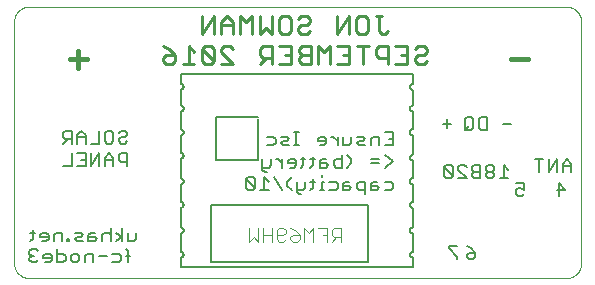
<source format=gbo>
G75*
%MOIN*%
%OFA0B0*%
%FSLAX25Y25*%
%IPPOS*%
%LPD*%
%AMOC8*
5,1,8,0,0,1.08239X$1,22.5*
%
%ADD10C,0.00000*%
%ADD11C,0.01100*%
%ADD12C,0.00800*%
%ADD13C,0.01500*%
%ADD14C,0.00500*%
%ADD15C,0.00400*%
D10*
X0012000Y0060307D02*
X0190976Y0060307D01*
X0191116Y0060309D01*
X0191256Y0060315D01*
X0191396Y0060325D01*
X0191536Y0060338D01*
X0191675Y0060356D01*
X0191814Y0060378D01*
X0191951Y0060403D01*
X0192089Y0060432D01*
X0192225Y0060465D01*
X0192360Y0060502D01*
X0192494Y0060543D01*
X0192627Y0060588D01*
X0192759Y0060636D01*
X0192889Y0060688D01*
X0193018Y0060743D01*
X0193145Y0060802D01*
X0193271Y0060865D01*
X0193395Y0060931D01*
X0193516Y0061000D01*
X0193636Y0061073D01*
X0193754Y0061150D01*
X0193869Y0061229D01*
X0193983Y0061312D01*
X0194093Y0061398D01*
X0194202Y0061487D01*
X0194308Y0061579D01*
X0194411Y0061674D01*
X0194512Y0061771D01*
X0194609Y0061872D01*
X0194704Y0061975D01*
X0194796Y0062081D01*
X0194885Y0062190D01*
X0194971Y0062300D01*
X0195054Y0062414D01*
X0195133Y0062529D01*
X0195210Y0062647D01*
X0195283Y0062767D01*
X0195352Y0062888D01*
X0195418Y0063012D01*
X0195481Y0063138D01*
X0195540Y0063265D01*
X0195595Y0063394D01*
X0195647Y0063524D01*
X0195695Y0063656D01*
X0195740Y0063789D01*
X0195781Y0063923D01*
X0195818Y0064058D01*
X0195851Y0064194D01*
X0195880Y0064332D01*
X0195905Y0064469D01*
X0195927Y0064608D01*
X0195945Y0064747D01*
X0195958Y0064887D01*
X0195968Y0065027D01*
X0195974Y0065167D01*
X0195976Y0065307D01*
X0195976Y0145858D01*
X0195974Y0145998D01*
X0195968Y0146138D01*
X0195958Y0146278D01*
X0195945Y0146418D01*
X0195927Y0146557D01*
X0195905Y0146696D01*
X0195880Y0146833D01*
X0195851Y0146971D01*
X0195818Y0147107D01*
X0195781Y0147242D01*
X0195740Y0147376D01*
X0195695Y0147509D01*
X0195647Y0147641D01*
X0195595Y0147771D01*
X0195540Y0147900D01*
X0195481Y0148027D01*
X0195418Y0148153D01*
X0195352Y0148277D01*
X0195283Y0148398D01*
X0195210Y0148518D01*
X0195133Y0148636D01*
X0195054Y0148751D01*
X0194971Y0148865D01*
X0194885Y0148975D01*
X0194796Y0149084D01*
X0194704Y0149190D01*
X0194609Y0149293D01*
X0194512Y0149394D01*
X0194411Y0149491D01*
X0194308Y0149586D01*
X0194202Y0149678D01*
X0194093Y0149767D01*
X0193983Y0149853D01*
X0193869Y0149936D01*
X0193754Y0150015D01*
X0193636Y0150092D01*
X0193516Y0150165D01*
X0193395Y0150234D01*
X0193271Y0150300D01*
X0193145Y0150363D01*
X0193018Y0150422D01*
X0192889Y0150477D01*
X0192759Y0150529D01*
X0192627Y0150577D01*
X0192494Y0150622D01*
X0192360Y0150663D01*
X0192225Y0150700D01*
X0192089Y0150733D01*
X0191951Y0150762D01*
X0191814Y0150787D01*
X0191675Y0150809D01*
X0191536Y0150827D01*
X0191396Y0150840D01*
X0191256Y0150850D01*
X0191116Y0150856D01*
X0190976Y0150858D01*
X0012000Y0150858D01*
X0011860Y0150856D01*
X0011720Y0150850D01*
X0011580Y0150840D01*
X0011440Y0150827D01*
X0011301Y0150809D01*
X0011162Y0150787D01*
X0011025Y0150762D01*
X0010887Y0150733D01*
X0010751Y0150700D01*
X0010616Y0150663D01*
X0010482Y0150622D01*
X0010349Y0150577D01*
X0010217Y0150529D01*
X0010087Y0150477D01*
X0009958Y0150422D01*
X0009831Y0150363D01*
X0009705Y0150300D01*
X0009581Y0150234D01*
X0009460Y0150165D01*
X0009340Y0150092D01*
X0009222Y0150015D01*
X0009107Y0149936D01*
X0008993Y0149853D01*
X0008883Y0149767D01*
X0008774Y0149678D01*
X0008668Y0149586D01*
X0008565Y0149491D01*
X0008464Y0149394D01*
X0008367Y0149293D01*
X0008272Y0149190D01*
X0008180Y0149084D01*
X0008091Y0148975D01*
X0008005Y0148865D01*
X0007922Y0148751D01*
X0007843Y0148636D01*
X0007766Y0148518D01*
X0007693Y0148398D01*
X0007624Y0148277D01*
X0007558Y0148153D01*
X0007495Y0148027D01*
X0007436Y0147900D01*
X0007381Y0147771D01*
X0007329Y0147641D01*
X0007281Y0147509D01*
X0007236Y0147376D01*
X0007195Y0147242D01*
X0007158Y0147107D01*
X0007125Y0146971D01*
X0007096Y0146833D01*
X0007071Y0146696D01*
X0007049Y0146557D01*
X0007031Y0146418D01*
X0007018Y0146278D01*
X0007008Y0146138D01*
X0007002Y0145998D01*
X0007000Y0145858D01*
X0007000Y0065307D01*
X0007002Y0065167D01*
X0007008Y0065027D01*
X0007018Y0064887D01*
X0007031Y0064747D01*
X0007049Y0064608D01*
X0007071Y0064469D01*
X0007096Y0064332D01*
X0007125Y0064194D01*
X0007158Y0064058D01*
X0007195Y0063923D01*
X0007236Y0063789D01*
X0007281Y0063656D01*
X0007329Y0063524D01*
X0007381Y0063394D01*
X0007436Y0063265D01*
X0007495Y0063138D01*
X0007558Y0063012D01*
X0007624Y0062888D01*
X0007693Y0062767D01*
X0007766Y0062647D01*
X0007843Y0062529D01*
X0007922Y0062414D01*
X0008005Y0062300D01*
X0008091Y0062190D01*
X0008180Y0062081D01*
X0008272Y0061975D01*
X0008367Y0061872D01*
X0008464Y0061771D01*
X0008565Y0061674D01*
X0008668Y0061579D01*
X0008774Y0061487D01*
X0008883Y0061398D01*
X0008993Y0061312D01*
X0009107Y0061229D01*
X0009222Y0061150D01*
X0009340Y0061073D01*
X0009460Y0061000D01*
X0009581Y0060931D01*
X0009705Y0060865D01*
X0009831Y0060802D01*
X0009958Y0060743D01*
X0010087Y0060688D01*
X0010217Y0060636D01*
X0010349Y0060588D01*
X0010482Y0060543D01*
X0010616Y0060502D01*
X0010751Y0060465D01*
X0010887Y0060432D01*
X0011025Y0060403D01*
X0011162Y0060378D01*
X0011301Y0060356D01*
X0011440Y0060338D01*
X0011580Y0060325D01*
X0011720Y0060315D01*
X0011860Y0060309D01*
X0012000Y0060307D01*
D11*
X0057706Y0131857D02*
X0056722Y0132841D01*
X0056722Y0133825D01*
X0057706Y0134809D01*
X0060659Y0134809D01*
X0060659Y0132841D01*
X0059674Y0131857D01*
X0057706Y0131857D01*
X0060659Y0134809D02*
X0058690Y0136778D01*
X0056722Y0137762D01*
X0065136Y0137762D02*
X0065136Y0131857D01*
X0067104Y0131857D02*
X0063167Y0131857D01*
X0067104Y0135794D02*
X0065136Y0137762D01*
X0069613Y0136778D02*
X0073550Y0132841D01*
X0072565Y0131857D01*
X0070597Y0131857D01*
X0069613Y0132841D01*
X0069613Y0136778D01*
X0070597Y0137762D01*
X0072565Y0137762D01*
X0073550Y0136778D01*
X0073550Y0132841D01*
X0076058Y0131857D02*
X0079995Y0131857D01*
X0076058Y0135794D01*
X0076058Y0136778D01*
X0077043Y0137762D01*
X0079011Y0137762D01*
X0079995Y0136778D01*
X0079886Y0141857D02*
X0079886Y0145794D01*
X0077918Y0147762D01*
X0075949Y0145794D01*
X0075949Y0141857D01*
X0073441Y0141857D02*
X0073441Y0147762D01*
X0069504Y0141857D01*
X0069504Y0147762D01*
X0075949Y0144809D02*
X0079886Y0144809D01*
X0082395Y0147762D02*
X0082395Y0141857D01*
X0086332Y0141857D02*
X0086332Y0147762D01*
X0084363Y0145794D01*
X0082395Y0147762D01*
X0088840Y0147762D02*
X0088840Y0141857D01*
X0090809Y0143825D01*
X0092777Y0141857D01*
X0092777Y0147762D01*
X0095286Y0146778D02*
X0096270Y0147762D01*
X0098238Y0147762D01*
X0099223Y0146778D01*
X0099223Y0142841D01*
X0098238Y0141857D01*
X0096270Y0141857D01*
X0095286Y0142841D01*
X0095286Y0146778D01*
X0101731Y0146778D02*
X0102715Y0147762D01*
X0104684Y0147762D01*
X0105668Y0146778D01*
X0105668Y0145794D01*
X0104684Y0144809D01*
X0102715Y0144809D01*
X0101731Y0143825D01*
X0101731Y0142841D01*
X0102715Y0141857D01*
X0104684Y0141857D01*
X0105668Y0142841D01*
X0105777Y0137762D02*
X0102824Y0137762D01*
X0101840Y0136778D01*
X0101840Y0135794D01*
X0102824Y0134809D01*
X0105777Y0134809D01*
X0102824Y0134809D02*
X0101840Y0133825D01*
X0101840Y0132841D01*
X0102824Y0131857D01*
X0105777Y0131857D01*
X0105777Y0137762D01*
X0108286Y0137762D02*
X0108286Y0131857D01*
X0112223Y0131857D02*
X0112223Y0137762D01*
X0110254Y0135794D01*
X0108286Y0137762D01*
X0114731Y0137762D02*
X0118668Y0137762D01*
X0118668Y0131857D01*
X0114731Y0131857D01*
X0116700Y0134809D02*
X0118668Y0134809D01*
X0121177Y0137762D02*
X0125114Y0137762D01*
X0123145Y0137762D02*
X0123145Y0131857D01*
X0127622Y0134809D02*
X0128606Y0133825D01*
X0131559Y0133825D01*
X0131559Y0131857D02*
X0131559Y0137762D01*
X0128606Y0137762D01*
X0127622Y0136778D01*
X0127622Y0134809D01*
X0134068Y0131857D02*
X0138005Y0131857D01*
X0138005Y0137762D01*
X0134068Y0137762D01*
X0136036Y0134809D02*
X0138005Y0134809D01*
X0140513Y0133825D02*
X0140513Y0132841D01*
X0141497Y0131857D01*
X0143466Y0131857D01*
X0144450Y0132841D01*
X0143466Y0134809D02*
X0141497Y0134809D01*
X0140513Y0133825D01*
X0140513Y0136778D02*
X0141497Y0137762D01*
X0143466Y0137762D01*
X0144450Y0136778D01*
X0144450Y0135794D01*
X0143466Y0134809D01*
X0131450Y0142841D02*
X0130466Y0141857D01*
X0129482Y0141857D01*
X0128497Y0142841D01*
X0128497Y0147762D01*
X0127513Y0147762D02*
X0129482Y0147762D01*
X0125005Y0146778D02*
X0125005Y0142841D01*
X0124020Y0141857D01*
X0122052Y0141857D01*
X0121068Y0142841D01*
X0121068Y0146778D01*
X0122052Y0147762D01*
X0124020Y0147762D01*
X0125005Y0146778D01*
X0118559Y0147762D02*
X0114622Y0141857D01*
X0114622Y0147762D01*
X0118559Y0147762D02*
X0118559Y0141857D01*
X0099332Y0137762D02*
X0099332Y0131857D01*
X0095395Y0131857D01*
X0092886Y0131857D02*
X0092886Y0137762D01*
X0089934Y0137762D01*
X0088949Y0136778D01*
X0088949Y0134809D01*
X0089934Y0133825D01*
X0092886Y0133825D01*
X0090918Y0133825D02*
X0088949Y0131857D01*
X0095395Y0137762D02*
X0099332Y0137762D01*
X0099332Y0134809D02*
X0097363Y0134809D01*
D12*
X0100382Y0108911D02*
X0101783Y0108911D01*
X0101083Y0108911D02*
X0101083Y0104707D01*
X0101783Y0104707D02*
X0100382Y0104707D01*
X0098714Y0104707D02*
X0096612Y0104707D01*
X0095911Y0105408D01*
X0096612Y0106108D01*
X0098013Y0106108D01*
X0098714Y0106809D01*
X0098013Y0107509D01*
X0095911Y0107509D01*
X0094110Y0106809D02*
X0094110Y0105408D01*
X0093409Y0104707D01*
X0091308Y0104707D01*
X0093409Y0107509D02*
X0094110Y0106809D01*
X0093409Y0107509D02*
X0091308Y0107509D01*
X0092575Y0100009D02*
X0092575Y0097908D01*
X0091875Y0097207D01*
X0089773Y0097207D01*
X0089773Y0096506D02*
X0090473Y0095806D01*
X0091174Y0095806D01*
X0089773Y0096506D02*
X0089773Y0100009D01*
X0094310Y0100009D02*
X0095011Y0100009D01*
X0096412Y0098608D01*
X0096412Y0097207D02*
X0096412Y0100009D01*
X0098213Y0099309D02*
X0098213Y0098608D01*
X0101016Y0098608D01*
X0101016Y0097908D02*
X0101016Y0099309D01*
X0100315Y0100009D01*
X0098914Y0100009D01*
X0098213Y0099309D01*
X0098914Y0097207D02*
X0100315Y0097207D01*
X0101016Y0097908D01*
X0102684Y0097207D02*
X0103385Y0097908D01*
X0103385Y0100710D01*
X0104085Y0100009D02*
X0102684Y0100009D01*
X0105753Y0100009D02*
X0107154Y0100009D01*
X0106454Y0100710D02*
X0106454Y0097908D01*
X0105753Y0097207D01*
X0108956Y0097207D02*
X0108956Y0099309D01*
X0109657Y0100009D01*
X0111058Y0100009D01*
X0111058Y0098608D02*
X0108956Y0098608D01*
X0108956Y0097207D02*
X0111058Y0097207D01*
X0111758Y0097908D01*
X0111058Y0098608D01*
X0113560Y0097908D02*
X0114260Y0097207D01*
X0116362Y0097207D01*
X0116362Y0101411D01*
X0116362Y0100009D02*
X0114260Y0100009D01*
X0113560Y0099309D01*
X0113560Y0097908D01*
X0118030Y0097207D02*
X0119432Y0098608D01*
X0119432Y0100009D01*
X0118030Y0101411D01*
X0118731Y0104707D02*
X0116629Y0104707D01*
X0116629Y0107509D01*
X0114828Y0107509D02*
X0114828Y0104707D01*
X0114828Y0106108D02*
X0113426Y0107509D01*
X0112726Y0107509D01*
X0110991Y0106809D02*
X0110290Y0107509D01*
X0108889Y0107509D01*
X0108189Y0106809D01*
X0108189Y0106108D01*
X0110991Y0106108D01*
X0110991Y0105408D02*
X0110991Y0106809D01*
X0110991Y0105408D02*
X0110290Y0104707D01*
X0108889Y0104707D01*
X0118731Y0104707D02*
X0119432Y0105408D01*
X0119432Y0107509D01*
X0121233Y0107509D02*
X0123335Y0107509D01*
X0124035Y0106809D01*
X0123335Y0106108D01*
X0121934Y0106108D01*
X0121233Y0105408D01*
X0121934Y0104707D01*
X0124035Y0104707D01*
X0125837Y0104707D02*
X0125837Y0106809D01*
X0126538Y0107509D01*
X0128639Y0107509D01*
X0128639Y0104707D01*
X0130441Y0104707D02*
X0133243Y0104707D01*
X0133243Y0108911D01*
X0130441Y0108911D01*
X0131842Y0106809D02*
X0133243Y0106809D01*
X0130441Y0101411D02*
X0133243Y0099309D01*
X0130441Y0097207D01*
X0128639Y0098608D02*
X0125837Y0098608D01*
X0125837Y0100009D02*
X0128639Y0100009D01*
X0127939Y0092509D02*
X0126538Y0092509D01*
X0125837Y0091809D01*
X0125837Y0089707D01*
X0127939Y0089707D01*
X0128639Y0090408D01*
X0127939Y0091108D01*
X0125837Y0091108D01*
X0124035Y0089707D02*
X0121934Y0089707D01*
X0121233Y0090408D01*
X0121233Y0091809D01*
X0121934Y0092509D01*
X0124035Y0092509D01*
X0124035Y0088306D01*
X0119432Y0090408D02*
X0118731Y0091108D01*
X0116629Y0091108D01*
X0116629Y0091809D02*
X0116629Y0089707D01*
X0118731Y0089707D01*
X0119432Y0090408D01*
X0118731Y0092509D02*
X0117330Y0092509D01*
X0116629Y0091809D01*
X0114828Y0091809D02*
X0114828Y0090408D01*
X0114127Y0089707D01*
X0112025Y0089707D01*
X0110224Y0089707D02*
X0108822Y0089707D01*
X0109523Y0089707D02*
X0109523Y0092509D01*
X0110224Y0092509D01*
X0109523Y0093911D02*
X0109523Y0094611D01*
X0107154Y0092509D02*
X0105753Y0092509D01*
X0106454Y0093210D02*
X0106454Y0090408D01*
X0105753Y0089707D01*
X0104085Y0090408D02*
X0103385Y0089707D01*
X0101283Y0089707D01*
X0101283Y0089006D02*
X0101983Y0088306D01*
X0102684Y0088306D01*
X0101283Y0089006D02*
X0101283Y0092509D01*
X0099481Y0093911D02*
X0098080Y0092509D01*
X0098080Y0091108D01*
X0099481Y0089707D01*
X0096412Y0089707D02*
X0093610Y0093911D01*
X0091808Y0092509D02*
X0090407Y0093911D01*
X0090407Y0089707D01*
X0091808Y0089707D02*
X0089006Y0089707D01*
X0087204Y0090408D02*
X0084402Y0093210D01*
X0084402Y0090408D01*
X0085102Y0089707D01*
X0086503Y0089707D01*
X0087204Y0090408D01*
X0087204Y0093210D01*
X0086503Y0093911D01*
X0085102Y0093911D01*
X0084402Y0093210D01*
X0104085Y0092509D02*
X0104085Y0090408D01*
X0112025Y0092509D02*
X0114127Y0092509D01*
X0114828Y0091809D01*
X0130441Y0092509D02*
X0132543Y0092509D01*
X0133243Y0091809D01*
X0133243Y0090408D01*
X0132543Y0089707D01*
X0130441Y0089707D01*
X0150382Y0094408D02*
X0151083Y0093707D01*
X0152484Y0093707D01*
X0153184Y0094408D01*
X0150382Y0097210D01*
X0150382Y0094408D01*
X0153184Y0094408D02*
X0153184Y0097210D01*
X0152484Y0097911D01*
X0151083Y0097911D01*
X0150382Y0097210D01*
X0154986Y0097210D02*
X0155686Y0097911D01*
X0157088Y0097911D01*
X0157788Y0097210D01*
X0159590Y0097210D02*
X0160290Y0097911D01*
X0162392Y0097911D01*
X0162392Y0093707D01*
X0160290Y0093707D01*
X0159590Y0094408D01*
X0159590Y0095108D01*
X0160290Y0095809D01*
X0162392Y0095809D01*
X0164194Y0096509D02*
X0164894Y0095809D01*
X0166295Y0095809D01*
X0166996Y0096509D01*
X0166996Y0097210D01*
X0166295Y0097911D01*
X0164894Y0097911D01*
X0164194Y0097210D01*
X0164194Y0096509D01*
X0164894Y0095809D02*
X0164194Y0095108D01*
X0164194Y0094408D01*
X0164894Y0093707D01*
X0166295Y0093707D01*
X0166996Y0094408D01*
X0166996Y0095108D01*
X0166295Y0095809D01*
X0168798Y0093707D02*
X0171600Y0093707D01*
X0170199Y0093707D02*
X0170199Y0097911D01*
X0171600Y0096509D01*
X0174298Y0091911D02*
X0177100Y0091911D01*
X0177100Y0089809D01*
X0175699Y0090509D01*
X0174998Y0090509D01*
X0174298Y0089809D01*
X0174298Y0088408D01*
X0174998Y0087707D01*
X0176399Y0087707D01*
X0177100Y0088408D01*
X0181991Y0095707D02*
X0181991Y0099911D01*
X0183392Y0099911D02*
X0180590Y0099911D01*
X0185194Y0099911D02*
X0185194Y0095707D01*
X0187996Y0099911D01*
X0187996Y0095707D01*
X0189798Y0095707D02*
X0189798Y0098509D01*
X0191199Y0099911D01*
X0192600Y0098509D01*
X0192600Y0095707D01*
X0192600Y0097809D02*
X0189798Y0097809D01*
X0188498Y0091911D02*
X0190600Y0089809D01*
X0187798Y0089809D01*
X0188498Y0087707D02*
X0188498Y0091911D01*
X0164600Y0109707D02*
X0162498Y0109707D01*
X0161798Y0110408D01*
X0161798Y0113210D01*
X0162498Y0113911D01*
X0164600Y0113911D01*
X0164600Y0109707D01*
X0159996Y0110408D02*
X0159295Y0109707D01*
X0157894Y0109707D01*
X0157194Y0110408D01*
X0157194Y0113210D01*
X0157894Y0113911D01*
X0159295Y0113911D01*
X0159996Y0113210D01*
X0159996Y0110408D01*
X0158595Y0111108D02*
X0157194Y0109707D01*
X0152600Y0111809D02*
X0149798Y0111809D01*
X0151199Y0113210D02*
X0151199Y0110408D01*
X0154986Y0097210D02*
X0154986Y0096509D01*
X0157788Y0093707D01*
X0154986Y0093707D01*
X0159590Y0096509D02*
X0160290Y0095809D01*
X0159590Y0096509D02*
X0159590Y0097210D01*
X0169798Y0111809D02*
X0172600Y0111809D01*
X0157798Y0070911D02*
X0159199Y0070210D01*
X0160600Y0068809D01*
X0158498Y0068809D01*
X0157798Y0068108D01*
X0157798Y0067408D01*
X0158498Y0066707D01*
X0159899Y0066707D01*
X0160600Y0067408D01*
X0160600Y0068809D01*
X0154600Y0067408D02*
X0154600Y0066707D01*
X0154600Y0067408D02*
X0151798Y0070210D01*
X0151798Y0070911D01*
X0154600Y0070911D01*
X0047600Y0073408D02*
X0046899Y0072707D01*
X0044798Y0072707D01*
X0044798Y0075509D01*
X0042996Y0074108D02*
X0040894Y0075509D01*
X0039159Y0074809D02*
X0038459Y0075509D01*
X0037058Y0075509D01*
X0036357Y0074809D01*
X0036357Y0072707D01*
X0034556Y0073408D02*
X0033855Y0074108D01*
X0031753Y0074108D01*
X0031753Y0074809D02*
X0031753Y0072707D01*
X0033855Y0072707D01*
X0034556Y0073408D01*
X0033855Y0075509D02*
X0032454Y0075509D01*
X0031753Y0074809D01*
X0029952Y0074809D02*
X0029251Y0075509D01*
X0027149Y0075509D01*
X0027850Y0074108D02*
X0027149Y0073408D01*
X0027850Y0072707D01*
X0029952Y0072707D01*
X0029251Y0074108D02*
X0029952Y0074809D01*
X0029251Y0074108D02*
X0027850Y0074108D01*
X0025348Y0073408D02*
X0025348Y0072707D01*
X0024647Y0072707D01*
X0024647Y0073408D01*
X0025348Y0073408D01*
X0023046Y0072707D02*
X0023046Y0075509D01*
X0020944Y0075509D01*
X0020243Y0074809D01*
X0020243Y0072707D01*
X0018442Y0073408D02*
X0018442Y0074809D01*
X0017741Y0075509D01*
X0016340Y0075509D01*
X0015639Y0074809D01*
X0015639Y0074108D01*
X0018442Y0074108D01*
X0018442Y0073408D02*
X0017741Y0072707D01*
X0016340Y0072707D01*
X0013137Y0073408D02*
X0012437Y0072707D01*
X0013137Y0073408D02*
X0013137Y0076210D01*
X0012437Y0075509D02*
X0013838Y0075509D01*
X0014207Y0069911D02*
X0012805Y0069911D01*
X0012105Y0069210D01*
X0012105Y0068509D01*
X0012805Y0067809D01*
X0012105Y0067108D01*
X0012105Y0066408D01*
X0012805Y0065707D01*
X0014207Y0065707D01*
X0014907Y0066408D01*
X0016709Y0067108D02*
X0016709Y0067809D01*
X0017409Y0068509D01*
X0018811Y0068509D01*
X0019511Y0067809D01*
X0019511Y0066408D01*
X0018811Y0065707D01*
X0017409Y0065707D01*
X0016709Y0067108D02*
X0019511Y0067108D01*
X0021313Y0065707D02*
X0023414Y0065707D01*
X0024115Y0066408D01*
X0024115Y0067809D01*
X0023414Y0068509D01*
X0021313Y0068509D01*
X0021313Y0069911D02*
X0021313Y0065707D01*
X0025917Y0066408D02*
X0025917Y0067809D01*
X0026617Y0068509D01*
X0028018Y0068509D01*
X0028719Y0067809D01*
X0028719Y0066408D01*
X0028018Y0065707D01*
X0026617Y0065707D01*
X0025917Y0066408D01*
X0030520Y0065707D02*
X0030520Y0067809D01*
X0031221Y0068509D01*
X0033323Y0068509D01*
X0033323Y0065707D01*
X0035124Y0067809D02*
X0037927Y0067809D01*
X0039728Y0068509D02*
X0041830Y0068509D01*
X0042531Y0067809D01*
X0042531Y0066408D01*
X0041830Y0065707D01*
X0039728Y0065707D01*
X0044199Y0067809D02*
X0045600Y0067809D01*
X0044899Y0069210D02*
X0044899Y0065707D01*
X0044899Y0069210D02*
X0044199Y0069911D01*
X0042996Y0072707D02*
X0042996Y0076911D01*
X0042996Y0074108D02*
X0040894Y0072707D01*
X0039159Y0072707D02*
X0039159Y0076911D01*
X0047600Y0075509D02*
X0047600Y0073408D01*
X0044600Y0097707D02*
X0044600Y0101911D01*
X0042498Y0101911D01*
X0041798Y0101210D01*
X0041798Y0099809D01*
X0042498Y0099108D01*
X0044600Y0099108D01*
X0039996Y0099809D02*
X0037194Y0099809D01*
X0037194Y0100509D02*
X0037194Y0097707D01*
X0035392Y0097707D02*
X0035392Y0101911D01*
X0032590Y0097707D01*
X0032590Y0101911D01*
X0030788Y0101911D02*
X0030788Y0097707D01*
X0027986Y0097707D01*
X0026184Y0097707D02*
X0023382Y0097707D01*
X0026184Y0097707D02*
X0026184Y0101911D01*
X0027986Y0101911D02*
X0030788Y0101911D01*
X0030788Y0099809D02*
X0029387Y0099809D01*
X0027986Y0105207D02*
X0027986Y0108009D01*
X0029387Y0109411D01*
X0030788Y0108009D01*
X0030788Y0105207D01*
X0032590Y0105207D02*
X0035392Y0105207D01*
X0035392Y0109411D01*
X0037194Y0108710D02*
X0037894Y0109411D01*
X0039295Y0109411D01*
X0039996Y0108710D01*
X0039996Y0105908D01*
X0039295Y0105207D01*
X0037894Y0105207D01*
X0037194Y0105908D01*
X0037194Y0108710D01*
X0041798Y0108710D02*
X0042498Y0109411D01*
X0043899Y0109411D01*
X0044600Y0108710D01*
X0044600Y0108009D01*
X0043899Y0107309D01*
X0042498Y0107309D01*
X0041798Y0106608D01*
X0041798Y0105908D01*
X0042498Y0105207D01*
X0043899Y0105207D01*
X0044600Y0105908D01*
X0039996Y0100509D02*
X0038595Y0101911D01*
X0037194Y0100509D01*
X0039996Y0100509D02*
X0039996Y0097707D01*
X0026184Y0105207D02*
X0026184Y0109411D01*
X0024083Y0109411D01*
X0023382Y0108710D01*
X0023382Y0107309D01*
X0024083Y0106608D01*
X0026184Y0106608D01*
X0024783Y0106608D02*
X0023382Y0105207D01*
X0027986Y0107309D02*
X0030788Y0107309D01*
X0014207Y0069911D02*
X0014907Y0069210D01*
X0013506Y0067809D02*
X0012805Y0067809D01*
D13*
X0028414Y0130475D02*
X0028414Y0136146D01*
X0031250Y0133311D02*
X0025578Y0133311D01*
X0172578Y0133311D02*
X0178250Y0133311D01*
D14*
X0139867Y0128307D02*
X0139867Y0125167D01*
X0139805Y0125165D01*
X0139744Y0125159D01*
X0139683Y0125150D01*
X0139622Y0125136D01*
X0139563Y0125119D01*
X0139505Y0125098D01*
X0139448Y0125073D01*
X0139393Y0125045D01*
X0139340Y0125014D01*
X0139289Y0124979D01*
X0139240Y0124941D01*
X0139193Y0124900D01*
X0139150Y0124857D01*
X0139109Y0124810D01*
X0139071Y0124761D01*
X0139036Y0124710D01*
X0139005Y0124657D01*
X0138977Y0124602D01*
X0138952Y0124545D01*
X0138931Y0124487D01*
X0138914Y0124428D01*
X0138900Y0124367D01*
X0138891Y0124306D01*
X0138885Y0124245D01*
X0138883Y0124183D01*
X0138885Y0124121D01*
X0138891Y0124060D01*
X0138900Y0123999D01*
X0138914Y0123938D01*
X0138931Y0123879D01*
X0138952Y0123821D01*
X0138977Y0123764D01*
X0139005Y0123709D01*
X0139036Y0123656D01*
X0139071Y0123605D01*
X0139109Y0123556D01*
X0139150Y0123509D01*
X0139193Y0123466D01*
X0139240Y0123425D01*
X0139289Y0123387D01*
X0139340Y0123352D01*
X0139393Y0123321D01*
X0139448Y0123293D01*
X0139505Y0123268D01*
X0139563Y0123247D01*
X0139622Y0123230D01*
X0139683Y0123216D01*
X0139744Y0123207D01*
X0139805Y0123201D01*
X0139867Y0123199D01*
X0139867Y0117918D01*
X0139805Y0117916D01*
X0139744Y0117910D01*
X0139683Y0117901D01*
X0139622Y0117887D01*
X0139563Y0117870D01*
X0139505Y0117849D01*
X0139448Y0117824D01*
X0139393Y0117796D01*
X0139340Y0117765D01*
X0139289Y0117730D01*
X0139240Y0117692D01*
X0139193Y0117651D01*
X0139150Y0117608D01*
X0139109Y0117561D01*
X0139071Y0117512D01*
X0139036Y0117461D01*
X0139005Y0117408D01*
X0138977Y0117353D01*
X0138952Y0117296D01*
X0138931Y0117238D01*
X0138914Y0117179D01*
X0138900Y0117118D01*
X0138891Y0117057D01*
X0138885Y0116996D01*
X0138883Y0116934D01*
X0138885Y0116872D01*
X0138891Y0116811D01*
X0138900Y0116750D01*
X0138914Y0116689D01*
X0138931Y0116630D01*
X0138952Y0116572D01*
X0138977Y0116515D01*
X0139005Y0116460D01*
X0139036Y0116407D01*
X0139071Y0116356D01*
X0139109Y0116307D01*
X0139150Y0116260D01*
X0139193Y0116217D01*
X0139240Y0116176D01*
X0139289Y0116138D01*
X0139340Y0116103D01*
X0139393Y0116072D01*
X0139448Y0116044D01*
X0139505Y0116019D01*
X0139563Y0115998D01*
X0139622Y0115981D01*
X0139683Y0115967D01*
X0139744Y0115958D01*
X0139805Y0115952D01*
X0139867Y0115950D01*
X0139867Y0110044D01*
X0139805Y0110042D01*
X0139744Y0110036D01*
X0139683Y0110027D01*
X0139622Y0110013D01*
X0139563Y0109996D01*
X0139505Y0109975D01*
X0139448Y0109950D01*
X0139393Y0109922D01*
X0139340Y0109891D01*
X0139289Y0109856D01*
X0139240Y0109818D01*
X0139193Y0109777D01*
X0139150Y0109734D01*
X0139109Y0109687D01*
X0139071Y0109638D01*
X0139036Y0109587D01*
X0139005Y0109534D01*
X0138977Y0109479D01*
X0138952Y0109422D01*
X0138931Y0109364D01*
X0138914Y0109305D01*
X0138900Y0109244D01*
X0138891Y0109183D01*
X0138885Y0109122D01*
X0138883Y0109060D01*
X0138885Y0108998D01*
X0138891Y0108937D01*
X0138900Y0108876D01*
X0138914Y0108815D01*
X0138931Y0108756D01*
X0138952Y0108698D01*
X0138977Y0108641D01*
X0139005Y0108586D01*
X0139036Y0108533D01*
X0139071Y0108482D01*
X0139109Y0108433D01*
X0139150Y0108386D01*
X0139193Y0108343D01*
X0139240Y0108302D01*
X0139289Y0108264D01*
X0139340Y0108229D01*
X0139393Y0108198D01*
X0139448Y0108170D01*
X0139505Y0108145D01*
X0139563Y0108124D01*
X0139622Y0108107D01*
X0139683Y0108093D01*
X0139744Y0108084D01*
X0139805Y0108078D01*
X0139867Y0108076D01*
X0139867Y0101545D01*
X0139805Y0101543D01*
X0139744Y0101537D01*
X0139683Y0101528D01*
X0139622Y0101514D01*
X0139563Y0101497D01*
X0139505Y0101476D01*
X0139448Y0101451D01*
X0139393Y0101423D01*
X0139340Y0101392D01*
X0139289Y0101357D01*
X0139240Y0101319D01*
X0139193Y0101278D01*
X0139150Y0101235D01*
X0139109Y0101188D01*
X0139071Y0101139D01*
X0139036Y0101088D01*
X0139005Y0101035D01*
X0138977Y0100980D01*
X0138952Y0100923D01*
X0138931Y0100865D01*
X0138914Y0100806D01*
X0138900Y0100745D01*
X0138891Y0100684D01*
X0138885Y0100623D01*
X0138883Y0100561D01*
X0138885Y0100499D01*
X0138891Y0100438D01*
X0138900Y0100377D01*
X0138914Y0100316D01*
X0138931Y0100257D01*
X0138952Y0100199D01*
X0138977Y0100142D01*
X0139005Y0100087D01*
X0139036Y0100034D01*
X0139071Y0099983D01*
X0139109Y0099934D01*
X0139150Y0099887D01*
X0139193Y0099844D01*
X0139240Y0099803D01*
X0139289Y0099765D01*
X0139340Y0099730D01*
X0139393Y0099699D01*
X0139448Y0099671D01*
X0139505Y0099646D01*
X0139563Y0099625D01*
X0139622Y0099608D01*
X0139683Y0099594D01*
X0139744Y0099585D01*
X0139805Y0099579D01*
X0139867Y0099577D01*
X0139867Y0093671D01*
X0139805Y0093669D01*
X0139744Y0093663D01*
X0139683Y0093654D01*
X0139622Y0093640D01*
X0139563Y0093623D01*
X0139505Y0093602D01*
X0139448Y0093577D01*
X0139393Y0093549D01*
X0139340Y0093518D01*
X0139289Y0093483D01*
X0139240Y0093445D01*
X0139193Y0093404D01*
X0139150Y0093361D01*
X0139109Y0093314D01*
X0139071Y0093265D01*
X0139036Y0093214D01*
X0139005Y0093161D01*
X0138977Y0093106D01*
X0138952Y0093049D01*
X0138931Y0092991D01*
X0138914Y0092932D01*
X0138900Y0092871D01*
X0138891Y0092810D01*
X0138885Y0092749D01*
X0138883Y0092687D01*
X0138885Y0092625D01*
X0138891Y0092564D01*
X0138900Y0092503D01*
X0138914Y0092442D01*
X0138931Y0092383D01*
X0138952Y0092325D01*
X0138977Y0092268D01*
X0139005Y0092213D01*
X0139036Y0092160D01*
X0139071Y0092109D01*
X0139109Y0092060D01*
X0139150Y0092013D01*
X0139193Y0091970D01*
X0139240Y0091929D01*
X0139289Y0091891D01*
X0139340Y0091856D01*
X0139393Y0091825D01*
X0139448Y0091797D01*
X0139505Y0091772D01*
X0139563Y0091751D01*
X0139622Y0091734D01*
X0139683Y0091720D01*
X0139744Y0091711D01*
X0139805Y0091705D01*
X0139867Y0091703D01*
X0139867Y0085797D01*
X0139805Y0085795D01*
X0139744Y0085789D01*
X0139683Y0085780D01*
X0139622Y0085766D01*
X0139563Y0085749D01*
X0139505Y0085728D01*
X0139448Y0085703D01*
X0139393Y0085675D01*
X0139340Y0085644D01*
X0139289Y0085609D01*
X0139240Y0085571D01*
X0139193Y0085530D01*
X0139150Y0085487D01*
X0139109Y0085440D01*
X0139071Y0085391D01*
X0139036Y0085340D01*
X0139005Y0085287D01*
X0138977Y0085232D01*
X0138952Y0085175D01*
X0138931Y0085117D01*
X0138914Y0085058D01*
X0138900Y0084997D01*
X0138891Y0084936D01*
X0138885Y0084875D01*
X0138883Y0084813D01*
X0138885Y0084751D01*
X0138891Y0084690D01*
X0138900Y0084629D01*
X0138914Y0084568D01*
X0138931Y0084509D01*
X0138952Y0084451D01*
X0138977Y0084394D01*
X0139005Y0084339D01*
X0139036Y0084286D01*
X0139071Y0084235D01*
X0139109Y0084186D01*
X0139150Y0084139D01*
X0139193Y0084096D01*
X0139240Y0084055D01*
X0139289Y0084017D01*
X0139340Y0083982D01*
X0139393Y0083951D01*
X0139448Y0083923D01*
X0139505Y0083898D01*
X0139563Y0083877D01*
X0139622Y0083860D01*
X0139683Y0083846D01*
X0139744Y0083837D01*
X0139805Y0083831D01*
X0139867Y0083829D01*
X0139867Y0077298D01*
X0139805Y0077296D01*
X0139744Y0077290D01*
X0139683Y0077281D01*
X0139622Y0077267D01*
X0139563Y0077250D01*
X0139505Y0077229D01*
X0139448Y0077204D01*
X0139393Y0077176D01*
X0139340Y0077145D01*
X0139289Y0077110D01*
X0139240Y0077072D01*
X0139193Y0077031D01*
X0139150Y0076988D01*
X0139109Y0076941D01*
X0139071Y0076892D01*
X0139036Y0076841D01*
X0139005Y0076788D01*
X0138977Y0076733D01*
X0138952Y0076676D01*
X0138931Y0076618D01*
X0138914Y0076559D01*
X0138900Y0076498D01*
X0138891Y0076437D01*
X0138885Y0076376D01*
X0138883Y0076314D01*
X0138885Y0076252D01*
X0138891Y0076191D01*
X0138900Y0076130D01*
X0138914Y0076069D01*
X0138931Y0076010D01*
X0138952Y0075952D01*
X0138977Y0075895D01*
X0139005Y0075840D01*
X0139036Y0075787D01*
X0139071Y0075736D01*
X0139109Y0075687D01*
X0139150Y0075640D01*
X0139193Y0075597D01*
X0139240Y0075556D01*
X0139289Y0075518D01*
X0139340Y0075483D01*
X0139393Y0075452D01*
X0139448Y0075424D01*
X0139505Y0075399D01*
X0139563Y0075378D01*
X0139622Y0075361D01*
X0139683Y0075347D01*
X0139744Y0075338D01*
X0139805Y0075332D01*
X0139867Y0075330D01*
X0139867Y0069173D01*
X0139805Y0069171D01*
X0139744Y0069165D01*
X0139683Y0069156D01*
X0139622Y0069142D01*
X0139563Y0069125D01*
X0139505Y0069104D01*
X0139448Y0069079D01*
X0139393Y0069051D01*
X0139340Y0069020D01*
X0139289Y0068985D01*
X0139240Y0068947D01*
X0139193Y0068906D01*
X0139150Y0068863D01*
X0139109Y0068816D01*
X0139071Y0068767D01*
X0139036Y0068716D01*
X0139005Y0068663D01*
X0138977Y0068608D01*
X0138952Y0068551D01*
X0138931Y0068493D01*
X0138914Y0068434D01*
X0138900Y0068373D01*
X0138891Y0068312D01*
X0138885Y0068251D01*
X0138883Y0068189D01*
X0138885Y0068127D01*
X0138891Y0068066D01*
X0138900Y0068005D01*
X0138914Y0067944D01*
X0138931Y0067885D01*
X0138952Y0067827D01*
X0138977Y0067770D01*
X0139005Y0067715D01*
X0139036Y0067662D01*
X0139071Y0067611D01*
X0139109Y0067562D01*
X0139150Y0067515D01*
X0139193Y0067472D01*
X0139240Y0067431D01*
X0139289Y0067393D01*
X0139340Y0067358D01*
X0139393Y0067327D01*
X0139448Y0067299D01*
X0139505Y0067274D01*
X0139563Y0067253D01*
X0139622Y0067236D01*
X0139683Y0067222D01*
X0139744Y0067213D01*
X0139805Y0067207D01*
X0139867Y0067205D01*
X0139867Y0064065D01*
X0062500Y0064065D01*
X0062500Y0067205D01*
X0062562Y0067207D01*
X0062623Y0067213D01*
X0062684Y0067222D01*
X0062745Y0067236D01*
X0062804Y0067253D01*
X0062862Y0067274D01*
X0062919Y0067299D01*
X0062974Y0067327D01*
X0063027Y0067358D01*
X0063078Y0067393D01*
X0063127Y0067431D01*
X0063174Y0067472D01*
X0063217Y0067515D01*
X0063258Y0067562D01*
X0063296Y0067611D01*
X0063331Y0067662D01*
X0063362Y0067715D01*
X0063390Y0067770D01*
X0063415Y0067827D01*
X0063436Y0067885D01*
X0063453Y0067944D01*
X0063467Y0068005D01*
X0063476Y0068066D01*
X0063482Y0068127D01*
X0063484Y0068189D01*
X0063482Y0068251D01*
X0063476Y0068312D01*
X0063467Y0068373D01*
X0063453Y0068434D01*
X0063436Y0068493D01*
X0063415Y0068551D01*
X0063390Y0068608D01*
X0063362Y0068663D01*
X0063331Y0068716D01*
X0063296Y0068767D01*
X0063258Y0068816D01*
X0063217Y0068863D01*
X0063174Y0068906D01*
X0063127Y0068947D01*
X0063078Y0068985D01*
X0063027Y0069020D01*
X0062974Y0069051D01*
X0062919Y0069079D01*
X0062862Y0069104D01*
X0062804Y0069125D01*
X0062745Y0069142D01*
X0062684Y0069156D01*
X0062623Y0069165D01*
X0062562Y0069171D01*
X0062500Y0069173D01*
X0062500Y0075330D01*
X0062562Y0075332D01*
X0062623Y0075338D01*
X0062684Y0075347D01*
X0062745Y0075361D01*
X0062804Y0075378D01*
X0062862Y0075399D01*
X0062919Y0075424D01*
X0062974Y0075452D01*
X0063027Y0075483D01*
X0063078Y0075518D01*
X0063127Y0075556D01*
X0063174Y0075597D01*
X0063217Y0075640D01*
X0063258Y0075687D01*
X0063296Y0075736D01*
X0063331Y0075787D01*
X0063362Y0075840D01*
X0063390Y0075895D01*
X0063415Y0075952D01*
X0063436Y0076010D01*
X0063453Y0076069D01*
X0063467Y0076130D01*
X0063476Y0076191D01*
X0063482Y0076252D01*
X0063484Y0076314D01*
X0063482Y0076376D01*
X0063476Y0076437D01*
X0063467Y0076498D01*
X0063453Y0076559D01*
X0063436Y0076618D01*
X0063415Y0076676D01*
X0063390Y0076733D01*
X0063362Y0076788D01*
X0063331Y0076841D01*
X0063296Y0076892D01*
X0063258Y0076941D01*
X0063217Y0076988D01*
X0063174Y0077031D01*
X0063127Y0077072D01*
X0063078Y0077110D01*
X0063027Y0077145D01*
X0062974Y0077176D01*
X0062919Y0077204D01*
X0062862Y0077229D01*
X0062804Y0077250D01*
X0062745Y0077267D01*
X0062684Y0077281D01*
X0062623Y0077290D01*
X0062562Y0077296D01*
X0062500Y0077298D01*
X0062500Y0083829D01*
X0062562Y0083831D01*
X0062623Y0083837D01*
X0062684Y0083846D01*
X0062745Y0083860D01*
X0062804Y0083877D01*
X0062862Y0083898D01*
X0062919Y0083923D01*
X0062974Y0083951D01*
X0063027Y0083982D01*
X0063078Y0084017D01*
X0063127Y0084055D01*
X0063174Y0084096D01*
X0063217Y0084139D01*
X0063258Y0084186D01*
X0063296Y0084235D01*
X0063331Y0084286D01*
X0063362Y0084339D01*
X0063390Y0084394D01*
X0063415Y0084451D01*
X0063436Y0084509D01*
X0063453Y0084568D01*
X0063467Y0084629D01*
X0063476Y0084690D01*
X0063482Y0084751D01*
X0063484Y0084813D01*
X0063482Y0084875D01*
X0063476Y0084936D01*
X0063467Y0084997D01*
X0063453Y0085058D01*
X0063436Y0085117D01*
X0063415Y0085175D01*
X0063390Y0085232D01*
X0063362Y0085287D01*
X0063331Y0085340D01*
X0063296Y0085391D01*
X0063258Y0085440D01*
X0063217Y0085487D01*
X0063174Y0085530D01*
X0063127Y0085571D01*
X0063078Y0085609D01*
X0063027Y0085644D01*
X0062974Y0085675D01*
X0062919Y0085703D01*
X0062862Y0085728D01*
X0062804Y0085749D01*
X0062745Y0085766D01*
X0062684Y0085780D01*
X0062623Y0085789D01*
X0062562Y0085795D01*
X0062500Y0085797D01*
X0062500Y0091703D01*
X0062562Y0091705D01*
X0062623Y0091711D01*
X0062684Y0091720D01*
X0062745Y0091734D01*
X0062804Y0091751D01*
X0062862Y0091772D01*
X0062919Y0091797D01*
X0062974Y0091825D01*
X0063027Y0091856D01*
X0063078Y0091891D01*
X0063127Y0091929D01*
X0063174Y0091970D01*
X0063217Y0092013D01*
X0063258Y0092060D01*
X0063296Y0092109D01*
X0063331Y0092160D01*
X0063362Y0092213D01*
X0063390Y0092268D01*
X0063415Y0092325D01*
X0063436Y0092383D01*
X0063453Y0092442D01*
X0063467Y0092503D01*
X0063476Y0092564D01*
X0063482Y0092625D01*
X0063484Y0092687D01*
X0063482Y0092749D01*
X0063476Y0092810D01*
X0063467Y0092871D01*
X0063453Y0092932D01*
X0063436Y0092991D01*
X0063415Y0093049D01*
X0063390Y0093106D01*
X0063362Y0093161D01*
X0063331Y0093214D01*
X0063296Y0093265D01*
X0063258Y0093314D01*
X0063217Y0093361D01*
X0063174Y0093404D01*
X0063127Y0093445D01*
X0063078Y0093483D01*
X0063027Y0093518D01*
X0062974Y0093549D01*
X0062919Y0093577D01*
X0062862Y0093602D01*
X0062804Y0093623D01*
X0062745Y0093640D01*
X0062684Y0093654D01*
X0062623Y0093663D01*
X0062562Y0093669D01*
X0062500Y0093671D01*
X0062500Y0100202D01*
X0062562Y0100204D01*
X0062623Y0100210D01*
X0062684Y0100219D01*
X0062745Y0100233D01*
X0062804Y0100250D01*
X0062862Y0100271D01*
X0062919Y0100296D01*
X0062974Y0100324D01*
X0063027Y0100355D01*
X0063078Y0100390D01*
X0063127Y0100428D01*
X0063174Y0100469D01*
X0063217Y0100512D01*
X0063258Y0100559D01*
X0063296Y0100608D01*
X0063331Y0100659D01*
X0063362Y0100712D01*
X0063390Y0100767D01*
X0063415Y0100824D01*
X0063436Y0100882D01*
X0063453Y0100941D01*
X0063467Y0101002D01*
X0063476Y0101063D01*
X0063482Y0101124D01*
X0063484Y0101186D01*
X0063482Y0101248D01*
X0063476Y0101309D01*
X0063467Y0101370D01*
X0063453Y0101431D01*
X0063436Y0101490D01*
X0063415Y0101548D01*
X0063390Y0101605D01*
X0063362Y0101660D01*
X0063331Y0101713D01*
X0063296Y0101764D01*
X0063258Y0101813D01*
X0063217Y0101860D01*
X0063174Y0101903D01*
X0063127Y0101944D01*
X0063078Y0101982D01*
X0063027Y0102017D01*
X0062974Y0102048D01*
X0062919Y0102076D01*
X0062862Y0102101D01*
X0062804Y0102122D01*
X0062745Y0102139D01*
X0062684Y0102153D01*
X0062623Y0102162D01*
X0062562Y0102168D01*
X0062500Y0102170D01*
X0062500Y0108076D01*
X0062562Y0108078D01*
X0062623Y0108084D01*
X0062684Y0108093D01*
X0062745Y0108107D01*
X0062804Y0108124D01*
X0062862Y0108145D01*
X0062919Y0108170D01*
X0062974Y0108198D01*
X0063027Y0108229D01*
X0063078Y0108264D01*
X0063127Y0108302D01*
X0063174Y0108343D01*
X0063217Y0108386D01*
X0063258Y0108433D01*
X0063296Y0108482D01*
X0063331Y0108533D01*
X0063362Y0108586D01*
X0063390Y0108641D01*
X0063415Y0108698D01*
X0063436Y0108756D01*
X0063453Y0108815D01*
X0063467Y0108876D01*
X0063476Y0108937D01*
X0063482Y0108998D01*
X0063484Y0109060D01*
X0063482Y0109122D01*
X0063476Y0109183D01*
X0063467Y0109244D01*
X0063453Y0109305D01*
X0063436Y0109364D01*
X0063415Y0109422D01*
X0063390Y0109479D01*
X0063362Y0109534D01*
X0063331Y0109587D01*
X0063296Y0109638D01*
X0063258Y0109687D01*
X0063217Y0109734D01*
X0063174Y0109777D01*
X0063127Y0109818D01*
X0063078Y0109856D01*
X0063027Y0109891D01*
X0062974Y0109922D01*
X0062919Y0109950D01*
X0062862Y0109975D01*
X0062804Y0109996D01*
X0062745Y0110013D01*
X0062684Y0110027D01*
X0062623Y0110036D01*
X0062562Y0110042D01*
X0062500Y0110044D01*
X0062500Y0115950D01*
X0062562Y0115952D01*
X0062623Y0115958D01*
X0062684Y0115967D01*
X0062745Y0115981D01*
X0062804Y0115998D01*
X0062862Y0116019D01*
X0062919Y0116044D01*
X0062974Y0116072D01*
X0063027Y0116103D01*
X0063078Y0116138D01*
X0063127Y0116176D01*
X0063174Y0116217D01*
X0063217Y0116260D01*
X0063258Y0116307D01*
X0063296Y0116356D01*
X0063331Y0116407D01*
X0063362Y0116460D01*
X0063390Y0116515D01*
X0063415Y0116572D01*
X0063436Y0116630D01*
X0063453Y0116689D01*
X0063467Y0116750D01*
X0063476Y0116811D01*
X0063482Y0116872D01*
X0063484Y0116934D01*
X0063482Y0116996D01*
X0063476Y0117057D01*
X0063467Y0117118D01*
X0063453Y0117179D01*
X0063436Y0117238D01*
X0063415Y0117296D01*
X0063390Y0117353D01*
X0063362Y0117408D01*
X0063331Y0117461D01*
X0063296Y0117512D01*
X0063258Y0117561D01*
X0063217Y0117608D01*
X0063174Y0117651D01*
X0063127Y0117692D01*
X0063078Y0117730D01*
X0063027Y0117765D01*
X0062974Y0117796D01*
X0062919Y0117824D01*
X0062862Y0117849D01*
X0062804Y0117870D01*
X0062745Y0117887D01*
X0062684Y0117901D01*
X0062623Y0117910D01*
X0062562Y0117916D01*
X0062500Y0117918D01*
X0062500Y0123199D01*
X0062562Y0123201D01*
X0062623Y0123207D01*
X0062684Y0123216D01*
X0062745Y0123230D01*
X0062804Y0123247D01*
X0062862Y0123268D01*
X0062919Y0123293D01*
X0062974Y0123321D01*
X0063027Y0123352D01*
X0063078Y0123387D01*
X0063127Y0123425D01*
X0063174Y0123466D01*
X0063217Y0123509D01*
X0063258Y0123556D01*
X0063296Y0123605D01*
X0063331Y0123656D01*
X0063362Y0123709D01*
X0063390Y0123764D01*
X0063415Y0123821D01*
X0063436Y0123879D01*
X0063453Y0123938D01*
X0063467Y0123999D01*
X0063476Y0124060D01*
X0063482Y0124121D01*
X0063484Y0124183D01*
X0063482Y0124245D01*
X0063476Y0124306D01*
X0063467Y0124367D01*
X0063453Y0124428D01*
X0063436Y0124487D01*
X0063415Y0124545D01*
X0063390Y0124602D01*
X0063362Y0124657D01*
X0063331Y0124710D01*
X0063296Y0124761D01*
X0063258Y0124810D01*
X0063217Y0124857D01*
X0063174Y0124900D01*
X0063127Y0124941D01*
X0063078Y0124979D01*
X0063027Y0125014D01*
X0062974Y0125045D01*
X0062919Y0125073D01*
X0062862Y0125098D01*
X0062804Y0125119D01*
X0062745Y0125136D01*
X0062684Y0125150D01*
X0062623Y0125159D01*
X0062562Y0125165D01*
X0062500Y0125167D01*
X0062500Y0128307D01*
X0139867Y0128307D01*
X0088125Y0113932D02*
X0074375Y0113932D01*
X0074375Y0099557D01*
X0088125Y0099557D01*
X0088125Y0113307D01*
X0072500Y0084557D02*
X0125000Y0084557D01*
X0125000Y0065807D01*
X0072500Y0065807D01*
X0072500Y0084557D01*
D15*
X0085252Y0077053D02*
X0085252Y0072449D01*
X0086787Y0073983D01*
X0088321Y0072449D01*
X0088321Y0077053D01*
X0089856Y0077053D02*
X0089856Y0072449D01*
X0089856Y0074751D02*
X0092925Y0074751D01*
X0094460Y0074751D02*
X0096762Y0074751D01*
X0097529Y0075518D01*
X0097529Y0076285D01*
X0096762Y0077053D01*
X0095227Y0077053D01*
X0094460Y0076285D01*
X0094460Y0073216D01*
X0095227Y0072449D01*
X0096762Y0072449D01*
X0097529Y0073216D01*
X0099064Y0073216D02*
X0099064Y0073983D01*
X0099831Y0074751D01*
X0102133Y0074751D01*
X0102133Y0073216D01*
X0101366Y0072449D01*
X0099831Y0072449D01*
X0099064Y0073216D01*
X0100598Y0076285D02*
X0102133Y0074751D01*
X0100598Y0076285D02*
X0099064Y0077053D01*
X0103668Y0077053D02*
X0103668Y0072449D01*
X0106737Y0072449D02*
X0106737Y0077053D01*
X0105202Y0075518D01*
X0103668Y0077053D01*
X0108272Y0077053D02*
X0111341Y0077053D01*
X0111341Y0072449D01*
X0112876Y0072449D02*
X0114410Y0073983D01*
X0113643Y0073983D02*
X0115945Y0073983D01*
X0115945Y0072449D02*
X0115945Y0077053D01*
X0113643Y0077053D01*
X0112876Y0076285D01*
X0112876Y0074751D01*
X0113643Y0073983D01*
X0111341Y0074751D02*
X0109806Y0074751D01*
X0092925Y0072449D02*
X0092925Y0077053D01*
M02*

</source>
